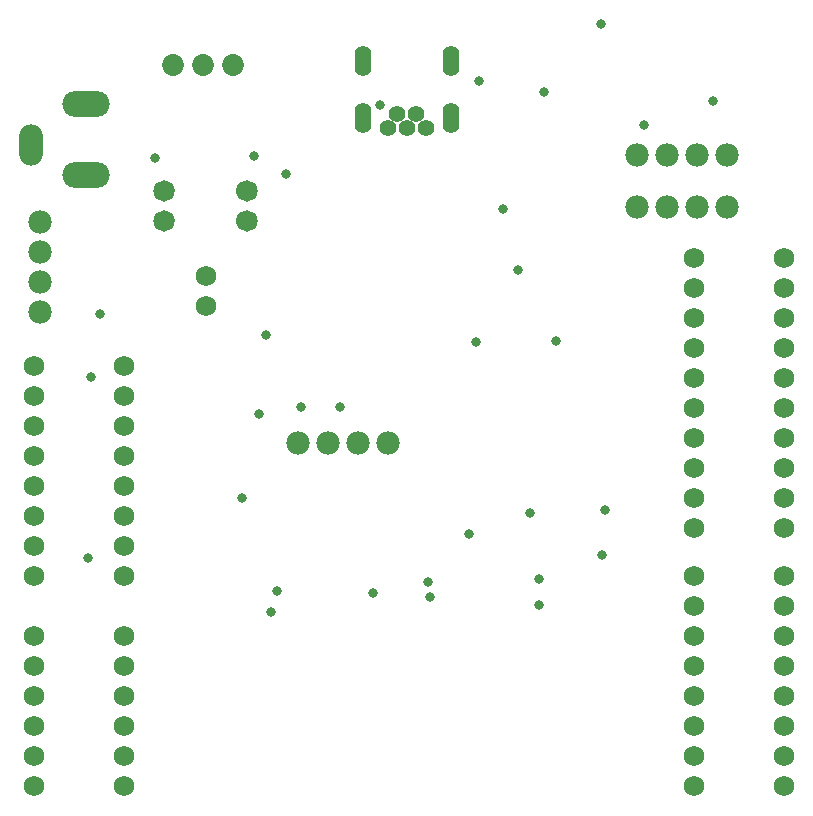
<source format=gbs>
G04*
G04 #@! TF.GenerationSoftware,Altium Limited,Altium Designer,24.2.2 (26)*
G04*
G04 Layer_Color=16711935*
%FSLAX44Y44*%
%MOMM*%
G71*
G04*
G04 #@! TF.SameCoordinates,EF5741E1-F204-4FC3-9B2C-2ADE7EA652BA*
G04*
G04*
G04 #@! TF.FilePolarity,Negative*
G04*
G01*
G75*
%ADD37C,0.0000*%
%ADD51C,1.8232*%
%ADD52C,1.7272*%
%ADD53C,1.9812*%
%ADD54C,1.8532*%
%ADD55O,1.4032X2.6032*%
%ADD56C,1.4032*%
%ADD57O,2.0032X3.5032*%
%ADD58O,4.0032X2.2032*%
%ADD59C,0.8382*%
D37*
X139421Y504190D02*
G03*
X139421Y504190I-8611J0D01*
G01*
Y529590D02*
G03*
X139421Y529590I-8611J0D01*
G01*
X209271D02*
G03*
X209271Y529590I-8611J0D01*
G01*
Y504190D02*
G03*
X209271Y504190I-8611J0D01*
G01*
D51*
X130810D02*
D03*
Y529590D02*
D03*
X200660D02*
D03*
Y504190D02*
D03*
D52*
X655320Y25400D02*
D03*
Y50800D02*
D03*
Y76200D02*
D03*
Y101600D02*
D03*
Y127000D02*
D03*
Y152400D02*
D03*
Y177800D02*
D03*
Y203200D02*
D03*
X579120Y25400D02*
D03*
Y50800D02*
D03*
Y76200D02*
D03*
Y101600D02*
D03*
Y127000D02*
D03*
Y152400D02*
D03*
Y177800D02*
D03*
Y203200D02*
D03*
X655320Y472440D02*
D03*
Y447040D02*
D03*
Y421640D02*
D03*
Y396240D02*
D03*
Y370840D02*
D03*
Y345440D02*
D03*
Y320040D02*
D03*
Y294640D02*
D03*
Y269240D02*
D03*
Y243840D02*
D03*
X579120D02*
D03*
Y269240D02*
D03*
Y294640D02*
D03*
Y320040D02*
D03*
Y345440D02*
D03*
Y370840D02*
D03*
Y396240D02*
D03*
Y421640D02*
D03*
Y447040D02*
D03*
Y472440D02*
D03*
X96520Y152400D02*
D03*
Y127000D02*
D03*
Y101600D02*
D03*
Y76200D02*
D03*
Y50800D02*
D03*
Y25400D02*
D03*
Y381000D02*
D03*
Y355600D02*
D03*
Y330200D02*
D03*
Y304800D02*
D03*
Y279400D02*
D03*
Y254000D02*
D03*
Y228600D02*
D03*
Y203200D02*
D03*
X20320Y381000D02*
D03*
Y355600D02*
D03*
Y330200D02*
D03*
Y304800D02*
D03*
Y279400D02*
D03*
Y254000D02*
D03*
Y228600D02*
D03*
Y203200D02*
D03*
Y127000D02*
D03*
Y152400D02*
D03*
Y101600D02*
D03*
Y76200D02*
D03*
Y50800D02*
D03*
Y25400D02*
D03*
X166370Y457200D02*
D03*
Y431800D02*
D03*
D53*
X581660Y515620D02*
D03*
X607060D02*
D03*
X530860D02*
D03*
X556260D02*
D03*
Y560070D02*
D03*
X530860D02*
D03*
X607060D02*
D03*
X581660D02*
D03*
X25400Y477520D02*
D03*
Y502920D02*
D03*
Y426720D02*
D03*
Y452120D02*
D03*
X269240Y316230D02*
D03*
X243840D02*
D03*
X320040D02*
D03*
X294640D02*
D03*
D54*
X138430Y636270D02*
D03*
X163830D02*
D03*
X189230D02*
D03*
D55*
X373750Y639128D02*
D03*
Y591628D02*
D03*
X299350D02*
D03*
Y639128D02*
D03*
D56*
X320351Y582612D02*
D03*
X336351D02*
D03*
X328352Y594649D02*
D03*
X344352D02*
D03*
X352350Y582612D02*
D03*
D57*
X18270Y568250D02*
D03*
D58*
X64770Y603250D02*
D03*
Y543250D02*
D03*
D59*
X448310Y179070D02*
D03*
X226060Y190500D02*
D03*
X220980Y172720D02*
D03*
X417830Y514350D02*
D03*
X430530Y462280D02*
D03*
X196850Y269240D02*
D03*
X354330Y198120D02*
D03*
X76200Y425450D02*
D03*
X279400Y346710D02*
D03*
X246380D02*
D03*
X397510Y622300D02*
D03*
X452120Y613410D02*
D03*
X595630Y605790D02*
D03*
X500380Y670560D02*
D03*
X313690Y601980D02*
D03*
X207010Y558800D02*
D03*
X123190Y557530D02*
D03*
X217170Y407670D02*
D03*
X504190Y259080D02*
D03*
X501650Y220980D02*
D03*
X440690Y256540D02*
D03*
X448310Y200660D02*
D03*
X68580Y372110D02*
D03*
X66040Y218440D02*
D03*
X394970Y401320D02*
D03*
X388620Y238760D02*
D03*
X537210Y585470D02*
D03*
X462280Y402590D02*
D03*
X307340Y189230D02*
D03*
X355600Y185420D02*
D03*
X233680Y543560D02*
D03*
X210820Y340360D02*
D03*
M02*

</source>
